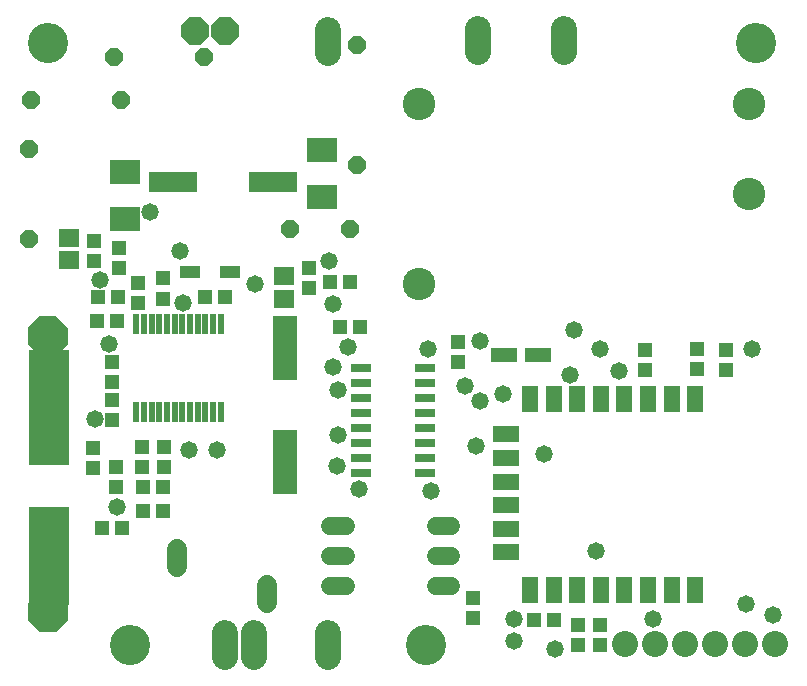
<source format=gts>
G75*
%MOIN*%
%OFA0B0*%
%FSLAX25Y25*%
%IPPOS*%
%LPD*%
%AMOC8*
5,1,8,0,0,1.08239X$1,22.5*
%
%ADD10R,0.13386X0.30709*%
%ADD11R,0.13386X0.25197*%
%ADD12C,0.13398*%
%ADD13R,0.04737X0.05131*%
%ADD14R,0.05131X0.04737*%
%ADD15R,0.16154X0.07099*%
%ADD16R,0.08674X0.04737*%
%ADD17R,0.10249X0.07887*%
%ADD18R,0.07099X0.03950*%
%ADD19R,0.05524X0.08674*%
%ADD20R,0.08674X0.05524*%
%ADD21C,0.06000*%
%ADD22R,0.08400X0.21800*%
%ADD23OC8,0.06000*%
%ADD24OC8,0.07850*%
%ADD25C,0.06800*%
%ADD26R,0.06706X0.05918*%
%ADD27R,0.02178X0.06706*%
%ADD28C,0.10800*%
%ADD29C,0.08600*%
%ADD30R,0.06902X0.03162*%
%ADD31R,0.13398X0.07887*%
%ADD32C,0.08674*%
%ADD33OC8,0.13200*%
%ADD34OC8,0.09300*%
%ADD35C,0.05800*%
D10*
X0013461Y0117594D03*
D11*
X0013461Y0060508D03*
D12*
X0040626Y0034524D03*
X0139051Y0034524D03*
X0249287Y0235311D03*
X0013067Y0235311D03*
D13*
X0028608Y0169356D03*
X0028608Y0162663D03*
X0036906Y0160163D03*
X0036906Y0166856D03*
X0036167Y0142516D03*
X0029474Y0142516D03*
X0034593Y0128746D03*
X0034593Y0122053D03*
X0034612Y0116374D03*
X0034612Y0109681D03*
X0035813Y0093746D03*
X0035813Y0087053D03*
X0037959Y0073510D03*
X0031266Y0073510D03*
X0107230Y0155459D03*
X0113923Y0155459D03*
X0149740Y0135469D03*
X0149740Y0128776D03*
X0239179Y0126157D03*
X0239179Y0132850D03*
X0181837Y0042870D03*
X0175144Y0042870D03*
D14*
X0189711Y0041305D03*
X0189711Y0034612D03*
X0197211Y0034612D03*
X0197211Y0041305D03*
X0154770Y0043392D03*
X0154770Y0050085D03*
X0212240Y0126157D03*
X0212240Y0132850D03*
X0229652Y0133096D03*
X0229652Y0126404D03*
X0117093Y0140705D03*
X0110400Y0140705D03*
X0100144Y0153392D03*
X0100144Y0160085D03*
X0072152Y0150400D03*
X0065459Y0150400D03*
X0051423Y0150026D03*
X0051423Y0156719D03*
X0043136Y0155144D03*
X0036531Y0150419D03*
X0029839Y0150419D03*
X0043136Y0148451D03*
X0044386Y0100469D03*
X0051886Y0100469D03*
X0051886Y0093776D03*
X0051531Y0087053D03*
X0044839Y0087053D03*
X0044386Y0093776D03*
X0044740Y0079140D03*
X0051433Y0079140D03*
X0028352Y0093589D03*
X0028352Y0100281D03*
D15*
X0054711Y0188825D03*
X0088175Y0188825D03*
D16*
X0165232Y0131079D03*
X0176453Y0131079D03*
D17*
X0104455Y0183766D03*
X0104455Y0199711D03*
X0039002Y0192368D03*
X0039002Y0176423D03*
D18*
X0060528Y0158825D03*
X0073913Y0158825D03*
D19*
X0173835Y0116591D03*
X0181709Y0116591D03*
X0189583Y0116591D03*
X0197457Y0116591D03*
X0205331Y0116591D03*
X0213205Y0116591D03*
X0221079Y0116591D03*
X0228953Y0116591D03*
X0228953Y0052811D03*
X0221079Y0052811D03*
X0213205Y0052811D03*
X0205331Y0052811D03*
X0197457Y0052811D03*
X0189583Y0052811D03*
X0181709Y0052811D03*
X0173835Y0052811D03*
D20*
X0165961Y0065409D03*
X0165961Y0073283D03*
X0165961Y0081157D03*
X0165961Y0089031D03*
X0165961Y0096906D03*
X0165961Y0104780D03*
D21*
X0147617Y0074061D02*
X0142417Y0074061D01*
X0142417Y0064061D02*
X0147617Y0064061D01*
X0147617Y0054061D02*
X0142417Y0054061D01*
X0112417Y0054061D02*
X0107217Y0054061D01*
X0107217Y0064061D02*
X0112417Y0064061D01*
X0112417Y0074061D02*
X0107217Y0074061D01*
D22*
X0092230Y0095474D03*
X0092230Y0133474D03*
D23*
X0093707Y0173333D03*
X0113707Y0173333D03*
X0116118Y0194661D03*
X0116118Y0234661D03*
X0065163Y0230577D03*
X0037683Y0216167D03*
X0035163Y0230577D03*
X0007683Y0216167D03*
X0006856Y0199927D03*
X0006856Y0169927D03*
D24*
X0013687Y0126384D03*
X0013687Y0056384D03*
D25*
X0056285Y0060683D02*
X0056285Y0066683D01*
X0086285Y0054683D02*
X0086285Y0048683D01*
D26*
X0091807Y0149996D03*
X0091807Y0157476D03*
X0020311Y0162732D03*
X0020311Y0170213D03*
D27*
X0042663Y0141541D03*
X0045222Y0141541D03*
X0047781Y0141541D03*
X0050341Y0141541D03*
X0052900Y0141541D03*
X0055459Y0141541D03*
X0058018Y0141541D03*
X0060577Y0141541D03*
X0063136Y0141541D03*
X0065695Y0141541D03*
X0068254Y0141541D03*
X0070813Y0141541D03*
X0070813Y0112112D03*
X0068254Y0112112D03*
X0065695Y0112112D03*
X0063136Y0112112D03*
X0060577Y0112112D03*
X0058018Y0112112D03*
X0055459Y0112112D03*
X0052900Y0112112D03*
X0050341Y0112112D03*
X0047781Y0112112D03*
X0045222Y0112112D03*
X0042663Y0112112D03*
D28*
X0136886Y0154720D03*
X0136886Y0214720D03*
X0246886Y0214720D03*
X0246886Y0184720D03*
D29*
X0185232Y0232130D02*
X0185232Y0239930D01*
X0156699Y0239930D02*
X0156699Y0232130D01*
X0106384Y0231716D02*
X0106384Y0239516D01*
X0106679Y0038433D02*
X0106679Y0030633D01*
X0082004Y0030633D02*
X0082004Y0038433D01*
X0072122Y0038433D02*
X0072122Y0030633D01*
D30*
X0117585Y0091797D03*
X0117585Y0096797D03*
X0117585Y0101797D03*
X0117585Y0106797D03*
X0117585Y0111797D03*
X0117585Y0116797D03*
X0117585Y0121797D03*
X0117585Y0126797D03*
X0138835Y0126797D03*
X0138835Y0121797D03*
X0138835Y0116797D03*
X0138835Y0111797D03*
X0138835Y0106797D03*
X0138835Y0101797D03*
X0138835Y0096797D03*
X0138835Y0091797D03*
D31*
X0013677Y0098598D03*
X0013677Y0076551D03*
D32*
X0205478Y0034809D03*
X0215478Y0034809D03*
X0225478Y0034809D03*
X0235478Y0034809D03*
X0245478Y0034809D03*
X0255478Y0034809D03*
D33*
X0013067Y0045547D03*
X0013067Y0137673D03*
D34*
X0062280Y0239248D03*
X0072122Y0239248D03*
D35*
X0047319Y0179012D03*
X0057240Y0165872D03*
X0058073Y0148520D03*
X0082309Y0154888D03*
X0106758Y0162447D03*
X0108333Y0148274D03*
X0113067Y0133736D03*
X0108136Y0127309D03*
X0109711Y0119533D03*
X0109711Y0104533D03*
X0109461Y0094371D03*
X0117004Y0086492D03*
X0140961Y0085783D03*
X0155961Y0100783D03*
X0157211Y0115783D03*
X0152211Y0120783D03*
X0164711Y0118283D03*
X0157211Y0135783D03*
X0139711Y0133283D03*
X0178461Y0098283D03*
X0187211Y0124533D03*
X0197211Y0133283D03*
X0203461Y0125783D03*
X0188461Y0139533D03*
X0247929Y0133283D03*
X0195961Y0065783D03*
X0214711Y0043283D03*
X0245961Y0048283D03*
X0254711Y0044533D03*
X0182211Y0033283D03*
X0168461Y0035783D03*
X0168461Y0043283D03*
X0069386Y0099622D03*
X0060301Y0099455D03*
X0036295Y0080587D03*
X0028943Y0110016D03*
X0033530Y0134888D03*
X0030380Y0156148D03*
M02*

</source>
